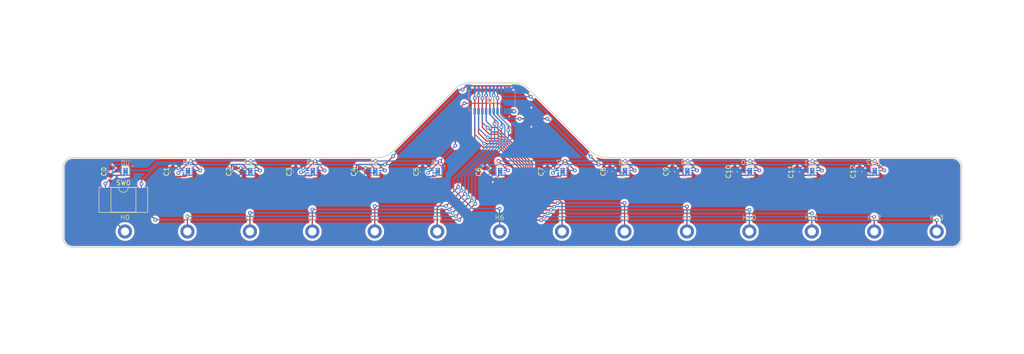
<source format=kicad_pcb>
(kicad_pcb
	(version 20240108)
	(generator "pcbnew")
	(generator_version "8.0")
	(general
		(thickness 2.866)
		(legacy_teardrops no)
	)
	(paper "A4")
	(layers
		(0 "F.Cu" signal)
		(1 "In1.Cu" signal)
		(2 "In2.Cu" signal)
		(31 "B.Cu" signal)
		(32 "B.Adhes" user "B.Adhesive")
		(33 "F.Adhes" user "F.Adhesive")
		(34 "B.Paste" user)
		(35 "F.Paste" user)
		(36 "B.SilkS" user "B.Silkscreen")
		(37 "F.SilkS" user "F.Silkscreen")
		(38 "B.Mask" user)
		(39 "F.Mask" user)
		(40 "Dwgs.User" user "User.Drawings")
		(41 "Cmts.User" user "User.Comments")
		(42 "Eco1.User" user "User.Eco1")
		(43 "Eco2.User" user "User.Eco2")
		(44 "Edge.Cuts" user)
		(45 "Margin" user)
		(46 "B.CrtYd" user "B.Courtyard")
		(47 "F.CrtYd" user "F.Courtyard")
		(48 "B.Fab" user)
		(49 "F.Fab" user)
		(50 "User.1" user)
		(51 "User.2" user)
		(52 "User.3" user)
		(53 "User.4" user)
		(54 "User.5" user)
		(55 "User.6" user)
		(56 "User.7" user)
		(57 "User.8" user)
		(58 "User.9" user)
	)
	(setup
		(stackup
			(layer "F.SilkS"
				(type "Top Silk Screen")
			)
			(layer "F.Paste"
				(type "Top Solder Paste")
			)
			(layer "F.Mask"
				(type "Top Solder Mask")
				(thickness 0.01)
			)
			(layer "F.Cu"
				(type "copper")
				(thickness 0.018)
			)
			(layer "dielectric 1"
				(type "prepreg")
				(thickness 0.188)
				(material "FR4")
				(epsilon_r 4.5)
				(loss_tangent 0.02)
			)
			(layer "In1.Cu"
				(type "copper")
				(thickness 0.035)
			)
			(layer "dielectric 2"
				(type "core")
				(thickness 2.364)
				(material "FR4")
				(epsilon_r 4.5)
				(loss_tangent 0.02)
			)
			(layer "In2.Cu"
				(type "copper")
				(thickness 0.035)
			)
			(layer "dielectric 3"
				(type "prepreg")
				(thickness 0.188)
				(material "FR4")
				(epsilon_r 4.5)
				(loss_tangent 0.02)
			)
			(layer "B.Cu"
				(type "copper")
				(thickness 0.018)
			)
			(layer "B.Mask"
				(type "Bottom Solder Mask")
				(thickness 0.01)
			)
			(layer "B.Paste"
				(type "Bottom Solder Paste")
			)
			(layer "B.SilkS"
				(type "Bottom Silk Screen")
			)
			(copper_finish "None")
			(dielectric_constraints no)
		)
		(pad_to_mask_clearance 0)
		(allow_soldermask_bridges_in_footprints no)
		(pcbplotparams
			(layerselection 0x00010fc_ffffffff)
			(plot_on_all_layers_selection 0x0000000_00000000)
			(disableapertmacros no)
			(usegerberextensions no)
			(usegerberattributes yes)
			(usegerberadvancedattributes yes)
			(creategerberjobfile yes)
			(dashed_line_dash_ratio 12.000000)
			(dashed_line_gap_ratio 3.000000)
			(svgprecision 4)
			(plotframeref no)
			(viasonmask no)
			(mode 1)
			(useauxorigin yes)
			(hpglpennumber 1)
			(hpglpenspeed 20)
			(hpglpendiameter 15.000000)
			(pdf_front_fp_property_popups yes)
			(pdf_back_fp_property_popups yes)
			(dxfpolygonmode yes)
			(dxfimperialunits yes)
			(dxfusepcbnewfont yes)
			(psnegative no)
			(psa4output no)
			(plotreference yes)
			(plotvalue yes)
			(plotfptext yes)
			(plotinvisibletext no)
			(sketchpadsonfab no)
			(subtractmaskfromsilk no)
			(outputformat 1)
			(mirror no)
			(drillshape 0)
			(scaleselection 1)
			(outputdirectory "./gerber")
		)
	)
	(net 0 "")
	(net 1 "GND")
	(net 2 "unconnected-(U3-ALERT-Pad3)")
	(net 3 "/SDA")
	(net 4 "+3V3")
	(net 5 "/SCL")
	(net 6 "unconnected-(U6-ALERT-Pad3)")
	(net 7 "unconnected-(U7-ALERT-Pad3)")
	(net 8 "unconnected-(U1-ALERT-Pad3)")
	(net 9 "unconnected-(U2-ALERT-Pad3)")
	(net 10 "unconnected-(U4-ALERT-Pad3)")
	(net 11 "unconnected-(U5-ALERT-Pad3)")
	(net 12 "unconnected-(U8-ALERT-Pad3)")
	(net 13 "unconnected-(U9-ALERT-Pad3)")
	(net 14 "unconnected-(U10-ALERT-Pad3)")
	(net 15 "unconnected-(U11-ALERT-Pad3)")
	(net 16 "unconnected-(U12-ALERT-Pad3)")
	(net 17 "Net-(J0-Pin_13)")
	(net 18 "Net-(J0-Pin_8)")
	(net 19 "Net-(J0-Pin_17)")
	(net 20 "Net-(J0-Pin_7)")
	(net 21 "Net-(J0-Pin_15)")
	(net 22 "Net-(J0-Pin_20)")
	(net 23 "Net-(J0-Pin_12)")
	(net 24 "Net-(J0-Pin_9)")
	(net 25 "Net-(J0-Pin_11)")
	(net 26 "Net-(J0-Pin_10)")
	(net 27 "Net-(J0-Pin_14)")
	(net 28 "Net-(J0-Pin_16)")
	(net 29 "Net-(J0-Pin_19)")
	(net 30 "Net-(J0-Pin_18)")
	(net 31 "unconnected-(U0-ALERT-Pad3)")
	(net 32 "Net-(H0-Pad1)")
	(net 33 "/SDA_SW")
	(footprint "Capacitor_SMD:C_0603_1608Metric" (layer "F.Cu") (at 81.17 91.34 -90))
	(footprint "Capacitor_SMD:C_0603_1608Metric" (layer "F.Cu") (at 107.14 91.37 -90))
	(footprint "Capacitor_SMD:C_0603_1608Metric" (layer "F.Cu") (at 120.76 91.38 -90))
	(footprint "Capacitor_SMD:C_0603_1608Metric" (layer "F.Cu") (at 94.37 91.34 -90))
	(footprint "Capacitor_SMD:C_0603_1608Metric" (layer "F.Cu") (at 160.37 91.34 -90))
	(footprint "Capacitor_SMD:C_0603_1608Metric" (layer "F.Cu") (at 133.96 91.355 -90))
	(footprint "Capacitor_SMD:C_0603_1608Metric" (layer "F.Cu") (at 199.97 91.34 -90))
	(footprint "Package_DIP:DIP-4_W7.62mm_SMDSocket_SmallPads" (layer "F.Cu") (at 70.72 97.31))
	(footprint "Capacitor_SMD:C_0603_1608Metric" (layer "F.Cu") (at 147.16 91.38 -90))
	(footprint "Capacitor_SMD:C_0603_1608Metric" (layer "F.Cu") (at 213.17 91.34 -90))
	(footprint "Capacitor_SMD:C_0603_1608Metric" (layer "F.Cu") (at 67.97 91.34 -90))
	(footprint "Capacitor_SMD:C_0603_1608Metric" (layer "F.Cu") (at 226.37 91.34 -90))
	(footprint "Capacitor_SMD:C_0603_1608Metric" (layer "F.Cu") (at 186.77 91.34 -90))
	(footprint "Capacitor_SMD:C_0603_1608Metric" (layer "F.Cu") (at 173.57 91.34 -90))
	(footprint "Package_SON:WSON-8-1EP_2x2mm_P0.5mm_EP0.9x1.6mm_ThermalVias" (layer "B.Cu") (at 163.57 91.34 180))
	(footprint "MV_Abnehmerplatine:0921-1-15-20-75-14-11-0" (layer "B.Cu") (at 176.66 104.01 180))
	(footprint "Package_SON:WSON-8-1EP_2x2mm_P0.5mm_EP0.9x1.6mm_ThermalVias" (layer "B.Cu") (at 110.77 91.34 180))
	(footprint "MV_Abnehmerplatine:0921-1-15-20-75-14-11-0" (layer "B.Cu") (at 123.86 103.99 180))
	(footprint "MV_Abnehmerplatine:0921-1-15-20-75-14-11-0" (layer "B.Cu") (at 84.259998 104.01 180))
	(footprint "Package_SON:WSON-8-1EP_2x2mm_P0.5mm_EP0.9x1.6mm_ThermalVias" (layer "B.Cu") (at 97.57 91.34 180))
	(footprint "Package_SON:WSON-8-1EP_2x2mm_P0.5mm_EP0.9x1.6mm_ThermalVias" (layer "B.Cu") (at 203.17 91.34 180))
	(footprint "MV_Abnehmerplatine:533092070" (layer "B.Cu") (at 148.61 76.27))
	(footprint "Package_SON:WSON-8-1EP_2x2mm_P0.5mm_EP0.9x1.6mm_ThermalVias" (layer "B.Cu") (at 123.97 91.34 180))
	(footprint "MV_Abnehmerplatine:0921-1-15-20-75-14-11-0" (layer "B.Cu") (at 71.06 104.01 180))
	(footprint "Package_SON:WSON-8-1EP_2x2mm_P0.5mm_EP0.9x1.6mm_ThermalVias" (layer "B.Cu") (at 150.37 91.34 180))
	(footprint "MV_Abnehmerplatine:0921-1-15-20-75-14-11-0" (layer "B.Cu") (at 203.06 104.01 180))
	(footprint "MV_Abnehmerplatine:0921-1-15-20-75-14-11-0" (layer "B.Cu") (at 110.66 104.01 180))
	(footprint "Package_SON:WSON-8-1EP_2x2mm_P0.5mm_EP0.9x1.6mm_ThermalVias" (layer "B.Cu") (at 84.37 91.34 180))
	(footprint "MV_Abnehmerplatine:0921-1-15-20-75-14-11-0" (layer "B.Cu") (at 216.259998 104.01 180))
	(footprint "Package_SON:WSON-8-1EP_2x2mm_P0.5mm_EP0.9x1.6mm_ThermalVias" (layer "B.Cu") (at 229.57 91.34 180))
	(footprint "Package_SON:WSON-8-1EP_2x2mm_P0.5mm_EP0.9x1.6mm_ThermalVias" (layer "B.Cu") (at 176.77 91.34 180))
	(footprint "MV_Abnehmerplatine:0921-1-15-20-75-14-11-0" (layer "B.Cu") (at 189.86 104 180))
	(footprint "MV_Abnehmerplatine:0921-1-15-20-75-14-11-0" (layer "B.Cu") (at 97.47 104 180))
	(footprint "MV_Abnehmerplatine:0921-1-15-20-75-14-11-0" (layer "B.Cu") (at 242.66 104.01 180))
	(footprint "Package_SON:WSON-8-1EP_2x2mm_P0.5mm_EP0.9x1.6mm_ThermalVias" (layer "B.Cu") (at 137.17 91.34 180))
	(footprint "Package_SON:WSON-8-1EP_2x2mm_P0.5mm_EP0.9x1.6mm_ThermalVias" (layer "B.Cu") (at 216.37 91.34 180))
	(footprint "Package_SON:WSON-8-1EP_2x2mm_P0.5mm_EP0.9x1.6mm_ThermalVias" (layer "B.Cu") (at 189.97 91.34 180))
	(footprint "MV_Abnehmerplatine:0921-1-15-20-75-14-11-0" (layer "B.Cu") (at 229.459998 104.01 180))
	(footprint "Package_SON:WSON-8-1EP_2x2mm_P0.5mm_EP0.9x1.6mm_ThermalVias" (layer "B.Cu") (at 71.17 91.34 180))
	(footprint "MV_Abnehmerplatine:0921-1-15-20-75-14-11-0"
		(layer "B.Cu")
		(uuid "f66b22c3-cad0-4ec8-ba68-e7534bbf3387")
		(at 163.46 104.01 180)
		(descr "0921 Through Hole Mount Spring-Loaded Pin")
		(tags "Spring-Loaded Pin, Pogo Pin")
		(property "Reference" "H7"
			(at 0 2.9464 0)
			(unlocked yes)
			(layer "F.SilkS")
			(uuid "49202f5f-694e-4cae-bb99-c7587a3087c5")
			(effects
				(font
					(size 1 1)
					(thickness 0.1)
				)
			)
		)
		(property "Value" "0921-X-15-20-77-14-11-0"
			(at 0 -1 0)
			(unlocked yes)
			(layer "B.Fab")
			(uuid "4ee24bec-a00a-4a5f-bd10-d3a1980cf2f1")
			(effects
				(font
					(size 1 1)
					(thickness 0.15)
				)
				(justify mirror)
			)
		)
		(property "Footprint" "MV_Abnehmerplatine:0921-1-15-20-75-14-11-0"
			(at 0 0 0)
			(unlocked yes)
			(layer "B.Fab")
			(hide yes)
			(uuid "a4ce4bee-22ad-439a-80ac-10961d2fc27a")
			(effects
				(font
					(size 1 1)
					(thickness 0.15)
				)
				(justify mirror)
			)
		)
		(property "Datasheet" "https://www.mill-max.com/products/datasheet/pinsrecs/0921-1-15-20-75-14-11-0"
			(at 0 0 0)
			(unlocked yes)
			(layer "B.Fab")
			(hide yes)
			(uuid "a506ff62-7f7c-41a2-b087
... [744488 chars truncated]
</source>
